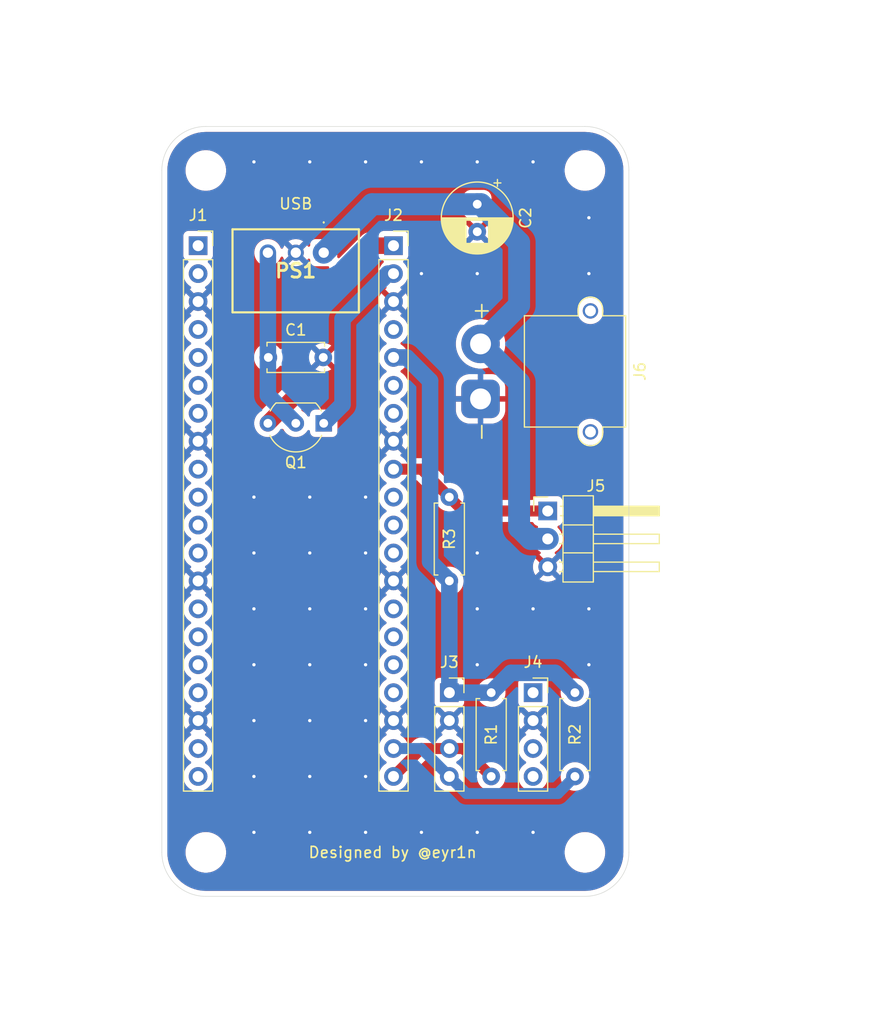
<source format=kicad_pcb>
(kicad_pcb (version 20241229) (generator "pcbnew") (generator_version "9.0")
  (layers (0 "F.Cu" signal) (2 "B.Cu" signal) (13 "F.Paste" user) (15 "B.Paste" user) (5 "F.SilkS" user "F.Silkscreen") (7 "B.SilkS" user "B.Silkscreen") (1 "F.Mask" user) (3 "B.Mask" user) (25 "Edge.Cuts" user))
  (net 0 "")
  (net 6 "+3V3")
  (net 19 "/SCL")
  (net 22 "+3.3V")
  (net 23 "/GP27")
  (net 25 "GND")
  (net 32 "/SDA")
  (net 36 "+BATT")
  (net 37 "/VSYS")
  (net 38 "/VBUS")
  (footprint "Connector_PinHeader_2.54mm:PinHeader_1x03_P2.54mm_Horizontal" (layer "F.Cu") (at 82.615 77.46)
    (property "Reference" "J5" (at 4.385 -2.27 0) (layer "F.SilkS"))
    (property "Value" "Conn_01x03_Pin")
    (fp_line (start -1.27 -1.27) (end 0 -1.27) (stroke (width 0.12)) (layer "F.SilkS"))
    (fp_line (start -1.27 0) (end -1.27 -1.27) (stroke (width 0.12)) (layer "F.SilkS"))
    (fp_line (start 1.077358 2.11) (end 1.39 2.11) (stroke (width 0.12)) (layer "F.SilkS"))
    (fp_line (start 1.077358 2.97) (end 1.39 2.97) (stroke (width 0.12)) (layer "F.SilkS"))
    (fp_line (start 1.077358 4.65) (end 1.39 4.65) (stroke (width 0.12)) (layer "F.SilkS"))
    (fp_line (start 1.077358 5.51) (end 1.39 5.51) (stroke (width 0.12)) (layer "F.SilkS"))
    (fp_line (start 1.16 -0.43) (end 1.39 -0.43) (stroke (width 0.12)) (layer "F.SilkS"))
    (fp_line (start 1.16 0.43) (end 1.39 0.43) (stroke (width 0.12)) (layer "F.SilkS"))
    (fp_line (start 1.39 -1.38) (end 1.39 6.46) (stroke (width 0.12)) (layer "F.SilkS"))
    (fp_line (start 1.39 1.27) (end 4.15 1.27) (stroke (width 0.12)) (layer "F.SilkS"))
    (fp_line (start 1.39 3.81) (end 4.15 3.81) (stroke (width 0.12)) (layer "F.SilkS"))
    (fp_line (start 1.39 6.46) (end 4.15 6.46) (stroke (width 0.12)) (layer "F.SilkS"))
    (fp_line (start 4.15 -1.38) (end 1.39 -1.38) (stroke (width 0.12)) (layer "F.SilkS"))
    (fp_line (start 4.15 2.11) (end 10.15 2.11) (stroke (width 0.12)) (layer "F.SilkS"))
    (fp_line (start 4.15 4.65) (end 10.15 4.65) (stroke (width 0.12)) (layer "F.SilkS"))
    (fp_line (start 4.15 6.46) (end 4.15 -1.38) (stroke (width 0.12)) (layer "F.SilkS"))
    (fp_line (start 10.15 2.11) (end 10.15 2.97) (stroke (width 0.12)) (layer "F.SilkS"))
    (fp_line (start 10.15 2.97) (end 4.15 2.97) (stroke (width 0.12)) (layer "F.SilkS"))
    (fp_line (start 10.15 4.65) (end 10.15 5.51) (stroke (width 0.12)) (layer "F.SilkS"))
    (fp_line (start 10.15 5.51) (end 4.15 5.51) (stroke (width 0.12)) (layer "F.SilkS"))
    (fp_rect (start 4.15 -0.43) (end 10.15 0.43) (stroke (width 0.12)) (fill yes) (layer "F.SilkS"))
    (pad "1" thru_hole rect (at 0 0) (size 1.7 1.7) (drill 1) (layers "*.Cu" "*.Mask") (net 23 "/GP27"))
    (pad "2" thru_hole circle (at 0 2.54) (size 1.7 1.7) (drill 1) (layers "*.Cu" "*.Mask") (net 36 "+BATT"))
    (pad "3" thru_hole circle (at 0 5.08) (size 1.7 1.7) (drill 1) (layers "*.Cu" "*.Mask") (net 25 "GND"))
  )
  (footprint "Connector_PinSocket_2.54mm:PinSocket_1x04_P2.54mm_Vertical" (layer "F.Cu") (at 81.28 93.98)
    (property "Reference" "J4" (at 0 -2.77 0) (layer "F.SilkS"))
    (property "Value" "Conn_01x04_Socket")
    (fp_line (start -1.33 1.27) (end -1.33 8.95) (stroke (width 0.12)) (layer "F.SilkS"))
    (fp_line (start -1.33 1.27) (end 1.33 1.27) (stroke (width 0.12)) (layer "F.SilkS"))
    (fp_line (start -1.33 8.95) (end 1.33 8.95) (stroke (width 0.12)) (layer "F.SilkS"))
    (fp_line (start 0 -1.33) (end 1.33 -1.33) (stroke (width 0.12)) (layer "F.SilkS"))
    (fp_line (start 1.33 -1.33) (end 1.33 0) (stroke (width 0.12)) (layer "F.SilkS"))
    (fp_line (start 1.33 1.27) (end 1.33 8.95) (stroke (width 0.12)) (layer "F.SilkS"))
    (pad "1" thru_hole rect (at 0 0) (size 1.7 1.7) (drill 1) (layers "*.Cu" "*.Mask"))
    (pad "2" thru_hole circle (at 0 2.54) (size 1.7 1.7) (drill 1) (layers "*.Cu" "*.Mask") (net 25 "GND"))
    (pad "3" thru_hole circle (at 0 5.08) (size 1.7 1.7) (drill 1) (layers "*.Cu" "*.Mask"))
    (pad "4" thru_hole circle (at 0 7.62) (size 1.7 1.7) (drill 1) (layers "*.Cu" "*.Mask"))
  )
  (footprint "MountingHole:MountingHole_3.2mm_M3" (layer "F.Cu") (at 86 108.5)
    (property "Reference" "REF**" (hide yes))
    (property "Value" "MountingHole_3.2mm_M3")
    (pad "" np_thru_hole circle (at 0 0) (size 3.2 3.2) (drill 3.2) (layers "*.Cu" "*.Mask"))
  )
  (footprint "Package_TO_SOT_THT:TO-92_Inline_Wide" (layer "F.Cu") (at 62.23 69.49 180)
    (property "Reference" "Q1" (at 2.54 -3.56 0) (layer "F.SilkS"))
    (property "Value" "Q_PMOS")
    (fp_line (start 0.74 1.85) (end 4.34 1.85) (stroke (width 0.12)) (layer "F.SilkS"))
    (fp_arc (start 4.864184 1.122795) (mid 4.633903 1.509328) (end 4.34 1.85) (stroke (width 0.12)) (layer "F.SilkS"))
    (fp_arc (start 2.54 -2.6) (mid 3.936979 -2.192818) (end 4.8964 -1.098807) (stroke (width 0.12)) (layer "F.SilkS"))
    (fp_arc (start 0.74 1.85) (mid 0.446097 1.509328) (end 0.215816 1.122795) (stroke (width 0.12)) (layer "F.SilkS"))
    (fp_arc (start 0.1836 -1.098807) (mid 1.143021 -2.192817) (end 2.54 -2.6) (stroke (width 0.12)) (layer "F.SilkS"))
    (pad "1" thru_hole rect (at 0 0 180) (size 1.5 1.5) (drill 0.8) (layers "*.Cu" "*.Mask") (net 37 "/VSYS"))
    (pad "2" thru_hole circle (at 2.54 0 180) (size 1.5 1.5) (drill 0.8) (layers "*.Cu" "*.Mask") (net 22 "+3.3V"))
    (pad "3" thru_hole circle (at 5.08 0 180) (size 1.5 1.5) (drill 0.8) (layers "*.Cu" "*.Mask") (net 38 "/VBUS"))
  )
  (footprint "Resistor_THT:R_Axial_DIN0207_L6.3mm_D2.5mm_P7.62mm_Horizontal" (layer "F.Cu") (at 77.47 101.6 90)
    (property "Reference" "R1" (at 3.81 0 90) (layer "F.SilkS"))
    (property "Value" "3.3k")
    (fp_line (start 7.08 -1.37) (end 7.08 -1.04) (stroke (width 0.12)) (layer "F.SilkS"))
    (fp_line (start 0.54 -1.37) (end 7.08 -1.37) (stroke (width 0.12)) (layer "F.SilkS"))
    (fp_line (start 0.54 -1.04) (end 0.54 -1.37) (stroke (width 0.12)) (layer "F.SilkS"))
    (fp_line (start 0.54 1.04) (end 0.54 1.37) (stroke (width 0.12)) (layer "F.SilkS"))
    (fp_line (start 7.08 1.37) (end 7.08 1.04) (stroke (width 0.12)) (layer "F.SilkS"))
    (fp_line (start 0.54 1.37) (end 7.08 1.37) (stroke (width 0.12)) (layer "F.SilkS"))
    (pad "1" thru_hole circle (at 0 0 90) (size 1.6 1.6) (drill 0.8) (layers "*.Cu" "*.Mask") (net 32 "/SDA"))
    (pad "2" thru_hole circle (at 7.62 0 90) (size 1.6 1.6) (drill 0.8) (layers "*.Cu" "*.Mask") (net 6 "+3V3"))
  )
  (footprint "Resistor_THT:R_Axial_DIN0207_L6.3mm_D2.5mm_P7.62mm_Horizontal" (layer "F.Cu") (at 73.66 83.82 90)
    (property "Reference" "R3" (at 3.81 0 90) (layer "F.SilkS"))
    (property "Value" "1k")
    (fp_line (start 7.08 -1.37) (end 7.08 -1.04) (stroke (width 0.12)) (layer "F.SilkS"))
    (fp_line (start 0.54 -1.37) (end 7.08 -1.37) (stroke (width 0.12)) (layer "F.SilkS"))
    (fp_line (start 0.54 -1.04) (end 0.54 -1.37) (stroke (width 0.12)) (layer "F.SilkS"))
    (fp_line (start 0.54 1.04) (end 0.54 1.37) (stroke (width 0.12)) (layer "F.SilkS"))
    (fp_line (start 7.08 1.37) (end 7.08 1.04) (stroke (width 0.12)) (layer "F.SilkS"))
    (fp_line (start 0.54 1.37) (end 7.08 1.37) (stroke (width 0.12)) (layer "F.SilkS"))
    (pad "1" thru_hole circle (at 0 0 90) (size 1.6 1.6) (drill 0.8) (layers "*.Cu" "*.Mask") (net 6 "+3V3"))
    (pad "2" thru_hole circle (at 7.62 0 90) (size 1.6 1.6) (drill 0.8) (layers "*.Cu" "*.Mask") (net 23 "/GP27"))
  )
  (footprint "MountingHole:MountingHole_3.2mm_M3" (layer "F.Cu") (at 86 46.5)
    (property "Reference" "REF**" (hide yes))
    (property "Value" "MountingHole_3.2mm_M3")
    (pad "" np_thru_hole circle (at 0 0) (size 3.2 3.2) (drill 3.2) (layers "*.Cu" "*.Mask"))
  )
  (footprint "Connector_PinSocket_2.54mm:PinSocket_1x20_P2.54mm_Vertical" (layer "F.Cu") (at 50.8 53.34)
    (property "Reference" "J1" (at 0 -2.77 0) (layer "F.SilkS"))
    (property "Value" "Conn_01x20_Socket")
    (fp_line (start -1.33 1.27) (end -1.33 49.59) (stroke (width 0.12)) (layer "F.SilkS"))
    (fp_line (start -1.33 1.27) (end 1.33 1.27) (stroke (width 0.12)) (layer "F.SilkS"))
    (fp_line (start -1.33 49.59) (end 1.33 49.59) (stroke (width 0.12)) (layer "F.SilkS"))
    (fp_line (start 0 -1.33) (end 1.33 -1.33) (stroke (width 0.12)) (layer "F.SilkS"))
    (fp_line (start 1.33 -1.33) (end 1.33 0) (stroke (width 0.12)) (layer "F.SilkS"))
    (fp_line (start 1.33 1.27) (end 1.33 49.59) (stroke (width 0.12)) (layer "F.SilkS"))
    (pad "1" thru_hole rect (at 0 0) (size 1.7 1.7) (drill 1) (layers "*.Cu" "*.Mask"))
    (pad "2" thru_hole circle (at 0 2.54) (size 1.7 1.7) (drill 1) (layers "*.Cu" "*.Mask"))
    (pad "3" thru_hole circle (at 0 5.08) (size 1.7 1.7) (drill 1) (layers "*.Cu" "*.Mask") (net 25 "GND"))
    (pad "4" thru_hole circle (at 0 7.62) (size 1.7 1.7) (drill 1) (layers "*.Cu" "*.Mask"))
    (pad "5" thru_hole circle (at 0 10.16) (size 1.7 1.7) (drill 1) (layers "*.Cu" "*.Mask"))
    (pad "6" thru_hole circle (at 0 12.7) (size 1.7 1.7) (drill 1) (layers "*.Cu" "*.Mask"))
    (pad "7" thru_hole circle (at 0 15.24) (size 1.7 1.7) (drill 1) (layers "*.Cu" "*.Mask"))
    (pad "8" thru_hole circle (at 0 17.78) (size 1.7 1.7) (drill 1) (layers "*.Cu" "*.Mask") (net 25 "GND"))
    (pad "9" thru_hole circle (at 0 20.32) (size 1.7 1.7) (drill 1) (layers "*.Cu" "*.Mask"))
    (pad "10" thru_hole circle (at 0 22.86) (size 1.7 1.7) (drill 1) (layers "*.Cu" "*.Mask"))
    (pad "11" thru_hole circle (at 0 25.4) (size 1.7 1.7) (drill 1) (layers "*.Cu" "*.Mask"))
    (pad "12" thru_hole circle (at 0 27.94) (size 1.7 1.7) (drill 1) (layers "*.Cu" "*.Mask"))
    (pad "13" thru_hole circle (at 0 30.48) (size 1.7 1.7) (drill 1) (layers "*.Cu" "*.Mask") (net 25 "GND"))
    (pad "14" thru_hole circle (at 0 33.02) (size 1.7 1.7) (drill 1) (layers "*.Cu" "*.Mask"))
    (pad "15" thru_hole circle (at 0 35.56) (size 1.7 1.7) (drill 1) (layers "*.Cu" "*.Mask"))
    (pad "16" thru_hole circle (at 0 38.1) (size 1.7 1.7) (drill 1) (layers "*.Cu" "*.Mask"))
    (pad "17" thru_hole circle (at 0 40.64) (size 1.7 1.7) (drill 1) (layers "*.Cu" "*.Mask"))
    (pad "18" thru_hole circle (at 0 43.18) (size 1.7 1.7) (drill 1) (layers "*.Cu" "*.Mask") (net 25 "GND"))
    (pad "19" thru_hole circle (at 0 45.72) (size 1.7 1.7) (drill 1) (layers "*.Cu" "*.Mask"))
    (pad "20" thru_hole circle (at 0 48.26) (size 1.7 1.7) (drill 1) (layers "*.Cu" "*.Mask"))
  )
  (footprint "Connector_PinSocket_2.54mm:PinSocket_1x04_P2.54mm_Vertical" (layer "F.Cu") (at 73.66 93.98)
    (property "Reference" "J3" (at 0 -2.77 0) (layer "F.SilkS"))
    (property "Value" "Conn_01x04_Socket")
    (fp_line (start -1.33 1.27) (end -1.33 8.95) (stroke (width 0.12)) (layer "F.SilkS"))
    (fp_line (start -1.33 1.27) (end 1.33 1.27) (stroke (width 0.12)) (layer "F.SilkS"))
    (fp_line (start -1.33 8.95) (end 1.33 8.95) (stroke (width 0.12)) (layer "F.SilkS"))
    (fp_line (start 0 -1.33) (end 1.33 -1.33) (stroke (width 0.12)) (layer "F.SilkS"))
    (fp_line (start 1.33 -1.33) (end 1.33 0) (stroke (width 0.12)) (layer "F.SilkS"))
    (fp_line (start 1.33 1.27) (end 1.33 8.95) (stroke (width 0.12)) (layer "F.SilkS"))
    (pad "1" thru_hole rect (at 0 0) (size 1.7 1.7) (drill 1) (layers "*.Cu" "*.Mask") (net 6 "+3V3"))
    (pad "2" thru_hole circle (at 0 2.54) (size 1.7 1.7) (drill 1) (layers "*.Cu" "*.Mask") (net 25 "GND"))
    (pad "3" thru_hole circle (at 0 5.08) (size 1.7 1.7) (drill 1) (layers "*.Cu" "*.Mask") (net 32 "/SDA"))
    (pad "4" thru_hole circle (at 0 7.62) (size 1.7 1.7) (drill 1) (layers "*.Cu" "*.Mask") (net 19 "/SCL"))
  )
  (footprint "MountingHole:MountingHole_3.2mm_M3" (layer "F.Cu") (at 51.5 108.5)
    (property "Reference" "REF**" (hide yes))
    (property "Value" "MountingHole_3.2mm_M3")
    (pad "" np_thru_hole circle (at 0 0) (size 3.2 3.2) (drill 3.2) (layers "*.Cu" "*.Mask"))
  )
  (footprint "SamacSys_Parts:M78AR03305" (layer "F.Cu") (at 62.23 53.975 180)
    (property "Reference" "PS1" (at 2.55 -1.65 180) (layer "F.SilkS") (effects (font (size 1.27 1.27) (thickness 0.254))))
    (property "Value" "M78AR033-0.5" (hide yes))
    (fp_line (start 8.3 2.125) (end 8.3 -5.425) (stroke (width 0.2)) (layer "F.SilkS"))
    (fp_line (start 8.3 -5.425) (end -3.2 -5.425) (stroke (width 0.2)) (layer "F.SilkS"))
    (fp_line (start 0 2.8) (end 0 2.8) (stroke (width 0.1)) (layer "F.SilkS"))
    (fp_line (start 0 2.7) (end 0 2.7) (stroke (width 0.1)) (layer "F.SilkS"))
    (fp_line (start -3.2 2.125) (end 8.3 2.125) (stroke (width 0.2)) (layer "F.SilkS"))
    (fp_line (start -3.2 -5.425) (end -3.2 2.125) (stroke (width 0.2)) (layer "F.SilkS"))
    (fp_arc (start 0 2.8) (mid -0.05 2.75) (end 0 2.7) (stroke (width 0.1)) (layer "F.SilkS"))
    (fp_arc (start 0 2.7) (mid 0.05 2.75) (end 0 2.8) (stroke (width 0.1)) (layer "F.SilkS"))
    (pad "1" thru_hole rect (at 0 0 180) (size 1.462 1.462) (drill 0.94) (layers "*.Cu" "*.Mask") (net 36 "+BATT"))
    (pad "2" thru_hole circle (at 2.54 0 180) (size 1.462 1.462) (drill 0.94) (layers "*.Cu" "*.Mask") (net 25 "GND"))
    (pad "3" thru_hole circle (at 5.08 0 180) (size 1.462 1.462) (drill 0.94) (layers "*.Cu" "*.Mask") (net 22 "+3.3V"))
  )
  (footprint "Capacitor_THT:C_Disc_D5.0mm_W2.5mm_P5.00mm" (layer "F.Cu") (at 57.19 63.5)
    (property "Reference" "C1" (at 2.5 -2.5 0) (layer "F.SilkS"))
    (property "Value" "C")
    (fp_line (start -0.12 -1.37) (end 5.12 -1.37) (stroke (width 0.12)) (layer "F.SilkS"))
    (fp_line (start -0.12 -1.033) (end -0.12 -1.37) (stroke (width 0.12)) (layer "F.SilkS"))
    (fp_line (start -0.12 1.37) (end -0.12 1.033) (stroke (width 0.12)) (layer "F.SilkS"))
    (fp_line (start 5.12 -1.37) (end 5.12 -1.033) (stroke (width 0.12)) (layer "F.SilkS"))
    (fp_line (start 5.12 1.033) (end 5.12 1.37) (stroke (width 0.12)) (layer "F.SilkS"))
    (fp_line (start 5.12 1.37) (end -0.12 1.37) (stroke (width 0.12)) (layer "F.SilkS"))
    (pad "1" thru_hole circle (at 0 0) (size 1.6 1.6) (drill 0.8) (layers "*.Cu" "*.Mask") (net 22 "+3.3V"))
    (pad "2" thru_hole circle (at 5 0) (size 1.6 1.6) (drill 0.8) (layers "*.Cu" "*.Mask") (net 25 "GND"))
  )
  (footprint "Connector_PinSocket_2.54mm:PinSocket_1x20_P2.54mm_Vertical" (layer "F.Cu") (at 68.58 53.34)
    (property "Reference" "J2" (at 0 -2.77 0) (layer "F.SilkS"))
    (property "Value" "Conn_01x20_Socket")
    (fp_line (start -1.33 1.27) (end -1.33 49.59) (stroke (width 0.12)) (layer "F.SilkS"))
    (fp_line (start -1.33 1.27) (end 1.33 1.27) (stroke (width 0.12)) (layer "F.SilkS"))
    (fp_line (start -1.33 49.59) (end 1.33 49.59) (stroke (width 0.12)) (layer "F.SilkS"))
    (fp_line (start 0 -1.33) (end 1.33 -1.33) (stroke (width 0.12)) (layer "F.SilkS"))
    (fp_line (start 1.33 -1.33) (end 1.33 0) (stroke (width 0.12)) (layer "F.SilkS"))
    (fp_line (start 1.33 1.27) (end 1.33 49.59) (stroke (width 0.12)) (layer "F.SilkS"))
    (pad "1" thru_hole rect (at 0 0) (size 1.7 1.7) (drill 1) (layers "*.Cu" "*.Mask") (net 38 "/VBUS"))
    (pad "2" thru_hole circle (at 0 2.54) (size 1.7 1.7) (drill 1) (layers "*.Cu" "*.Mask") (net 37 "/VSYS"))
    (pad "3" thru_hole circle (at 0 5.08) (size 1.7 1.7) (drill 1) (layers "*.Cu" "*.Mask") (net 25 "GND"))
    (pad "4" thru_hole circle (at 0 7.62) (size 1.7 1.7) (drill 1) (layers "*.Cu" "*.Mask"))
    (pad "5" thru_hole circle (at 0 10.16) (size 1.7 1.7) (drill 1) (layers "*.Cu" "*.Mask") (net 6 "+3V3"))
    (pad "6" thru_hole circle (at 0 12.7) (size 1.7 1.7) (drill 1) (layers "*.Cu" "*.Mask"))
    (pad "7" thru_hole circle (at 0 15.24) (size 1.7 1.7) (drill 1) (layers "*.Cu" "*.Mask"))
    (pad "8" thru_hole circle (at 0 17.78) (size 1.7 1.7) (drill 1) (layers "*.Cu" "*.Mask") (net 25 "GND"))
    (pad "9" thru_hole circle (at 0 20.32) (size 1.7 1.7) (drill 1) (layers "*.Cu" "*.Mask") (net 23 "/GP27"))
    (pad "10" thru_hole circle (at 0 22.86) (size 1.7 1.7) (drill 1) (layers "*.Cu" "*.Mask"))
    (pad "11" thru_hole circle (at 0 25.4) (size 1.7 1.7) (drill 1) (layers "*.Cu" "*.Mask"))
    (pad "12" thru_hole circle (at 0 27.94) (size 1.7 1.7) (drill 1) (layers "*.Cu" "*.Mask"))
    (pad "13" thru_hole circle (at 0 30.48) (size 1.7 1.7) (drill 1) (layers "*.Cu" "*.Mask") (net 25 "GND"))
    (pad "14" thru_hole circle (at 0 33.02) (size 1.7 1.7) (drill 1) (layers "*.Cu" "*.Mask"))
    (pad "15" thru_hole circle (at 0 35.56) (size 1.7 1.7) (drill 1) (layers "*.Cu" "*.Mask"))
    (pad "16" thru_hole circle (at 0 38.1) (size 1.7 1.7) (drill 1) (layers "*.Cu" "*.Mask"))
    (pad "17" thru_hole circle (at 0 40.64) (size 1.7 1.7) (drill 1) (layers "*.Cu" "*.Mask"))
    (pad "18" thru_hole circle (at 0 43.18) (size 1.7 1.7) (drill 1) (layers "*.Cu" "*.Mask") (net 25 "GND"))
    (pad "19" thru_hole circle (at 0 45.72) (size 1.7 1.7) (drill 1) (layers "*.Cu" "*.Mask") (net 19 "/SCL"))
    (pad "20" thru_hole circle (at 0 48.26) (size 1.7 1.7) (drill 1) (layers "*.Cu" "*.Mask") (net 32 "/SDA"))
  )
  (footprint "Capacitor_THT:CP_Radial_D6.3mm_P2.50mm" (layer "F.Cu") (at 76.2 49.57 -90)
    (property "Reference" "C2" (at 1.25 -4.4 90) (layer "F.SilkS"))
    (property "Value" "C_Polarized")
    (fp_line (start 1.49 1.04) (end 1.49 3.221) (stroke (width 0.12)) (layer "F.SilkS"))
    (fp_line (start 1.53 1.04) (end 1.53 3.218) (stroke (width 0.12)) (layer "F.SilkS"))
    (fp_line (start 1.57 1.04) (end 1.57 3.214) (stroke (width 0.12)) (layer "F.SilkS"))
    (fp_line (start 1.61 1.04) (end 1.61 3.21) (stroke (width 0.12)) (layer "F.SilkS"))
    (fp_line (start 1.65 1.04) (end 1.65 3.205) (stroke (width 0.12)) (layer "F.SilkS"))
    (fp_line (start 1.69 1.04) (end 1.69 3.2) (stroke (width 0.12)) (layer "F.SilkS"))
    (fp_line (start 1.73 1.04) (end 1.73 3.195) (stroke (width 0.12)) (layer "F.SilkS"))
    (fp_line (start 1.77 1.04) (end 1.77 3.188) (stroke (width 0.12)) (layer "F.SilkS"))
    (fp_line (start 1.81 1.04) (end 1.81 3.182) (stroke (width 0.12)) (layer "F.SilkS"))
    (fp_line (start 1.85 1.04) (end 1.85 3.174) (stroke (width 0.12)) (layer "F.SilkS"))
    (fp_line (start 1.89 1.04) (end 1.89 3.167) (stroke (width 0.12)) (layer "F.SilkS"))
    (fp_line (start 1.93 1.04) (end 1.93 3.159) (stroke (width 0.12)) (layer "F.SilkS"))
    (fp_line (start 1.97 1.04) (end 1.97 3.15) (stroke (width 0.12)) (layer "F.SilkS"))
    (fp_line (start 2.01 1.04) (end 2.01 3.14) (stroke (width 0.12)) (layer "F.SilkS"))
    (fp_line (start 2.05 1.04) (end 2.05 3.131) (stroke (width 0.12)) (layer "F.SilkS"))
    (fp_line (start 2.09 1.04) (end 2.09 3.12) (stroke (width 0.12)) (layer "F.SilkS"))
    (fp_line (start 2.13 1.04) (end 2.13 3.109) (stroke (width 0.12)) (layer "F.SilkS"))
    (fp_line (start 2.17 1.04) (end 2.17 3.098) (stroke (width 0.12)) (layer "F.SilkS"))
    (fp_line (start 2.21 1.04) (end 2.21 3.086) (stroke (width 0.12)) (layer "F.SilkS"))
    (fp_line (start 2.25 1.04) (end 2.25 3.073) (stroke (width 0.12)) (layer "F.SilkS"))
    (fp_line (start 2.29 1.04) (end 2.29 3.06) (stroke (width 0.12)) (layer "F.SilkS"))
    (fp_line (start 2.33 1.04) (end 2.33 3.047) (stroke (width 0.12)) (layer "F.SilkS"))
    (fp_line (start 2.37 1.04) (end 2.37 3.032) (stroke (width 0.12)) (layer "F.SilkS"))
    (fp_line (start 2.41 1.04) (end 2.41 3.017) (stroke (width 0.12)) (layer "F.SilkS"))
    (fp_line (start 2.45 1.04) (end 2.45 3.002) (stroke (width 0.12)) (layer "F.SilkS"))
    (fp_line (start 2.49 1.04) (end 2.49 2.986) (stroke (width 0.12)) (layer "F.SilkS"))
    (fp_line (start 2.53 1.04) (end 2.53 2.969) (stroke (width 0.12)) (layer "F.SilkS"))
    (fp_line (start 2.57 1.04) (end 2.57 2.952) (stroke (width 0.12)) (layer "F.SilkS"))
    (fp_line (start 2.61 1.04) (end 2.61 2.934) (stroke (width 0.12)) (layer "F.SilkS"))
    (fp_line (start 2.65 1.04) (end 2.65 2.915) (stroke (width 0.12)) (layer "F.SilkS"))
    (fp_line (start 2.69 1.04) (end 2.69 2.896) (stroke (width 0.12)) (layer "F.SilkS"))
    (fp_line (start 2.73 1.04) (end 2.73 2.876) (stroke (width 0.12)) (layer "F.SilkS"))
    (fp_line (start 2.77 1.04) (end 2.77 2.855) (stroke (width 0.12)) (layer "F.SilkS"))
    (fp_line (start 2.81 1.04) (end 2.81 2.834) (stroke (width 0.12)) (layer "F.SilkS"))
    (fp_line (start 2.85 1.04) (end 2.85 2.812) (stroke (width 0.12)) (layer "F.SilkS"))
    (fp_line (start 2.89 1.04) (end 2.89 2.789) (stroke (width 0.12)) (layer "F.SilkS"))
    (fp_line (start 2.93 1.04) (end 2.93 2.765) (stroke (width 0.12)) (layer "F.SilkS"))
    (fp_line (start 2.97 1.04) (end 2.97 2.741) (stroke (width 0.12)) (layer "F.SilkS"))
    (fp_line (start 3.01 1.04) (end 3.01 2.716) (stroke (width 0.12)) (layer "F.SilkS"))
    (fp_line (start 3.05 1.04) (end 3.05 2.69) (stroke (width 0.12)) (layer "F.SilkS"))
    (fp_line (start 3.09 1.04) (end 3.09 2.663) (stroke (width 0.12)) (layer "F.SilkS"))
    (fp_line (start 3.13 1.04) (end 3.13 2.636) (stroke (width 0.12)) (layer "F.SilkS"))
    (fp_line (start 3.17 1.04) (end 3.17 2.607) (stroke (width 0.12)) (layer "F.SilkS"))
    (fp_line (start 3.21 1.04) (end 3.21 2.577) (stroke (width 0.12)) (layer "F.SilkS"))
    (fp_line (start 3.25 1.04) (end 3.25 2.547) (stroke (width 0.12)) (layer "F.SilkS"))
    (fp_line (start 3.29 1.04) (end 3.29 2.516) (stroke (width 0.12)) (layer "F.SilkS"))
    (fp_line (start 3.33 1.04) (end 3.33 2.483) (stroke (width 0.12)) (layer "F.SilkS"))
    (fp_line (start 3.37 1.04) (end 3.37 2.45) (stroke (width 0.12)) (layer "F.SilkS"))
    (fp_line (start 3.41 1.04) (end 3.41 2.415) (stroke (width 0.12)) (layer "F.SilkS"))
    (fp_line (start 3.45 1.04) (end 3.45 2.379) (stroke (width 0.12)) (layer "F.SilkS"))
    (fp_line (start 3.49 1.04) (end 3.49 2.342) (stroke (width 0.12)) (layer "F.SilkS"))
    (fp_line (start 3.53 1.04) (end 3.53 2.304) (stroke (width 0.12)) (layer "F.SilkS"))
    (fp_line (start 4.49 -0.402) (end 4.49 0.402) (stroke (width 0.12)) (layer "F.SilkS"))
    (fp_line (start 4.45 -0.633) (end 4.45 0.633) (stroke (width 0.12)) (layer "F.SilkS"))
    (fp_line (start 4.41 -0.801) (end 4.41 0.801) (stroke (width 0.12)) (layer "F.SilkS"))
    (fp_line (start 4.37 -0.939) (end 4.37 0.939) (stroke (width 0.12)) (layer "F.SilkS"))
    (fp_line (start 4.33 -1.058) (end 4.33 1.058) (stroke (width 0.12)) (layer "F.SilkS"))
    (fp_line (start 4.29 -1.165) (end 4.29 1.165) (stroke (width 0.12)) (layer "F.SilkS"))
    (fp_line (start 4.25 -1.261) (end 4.25 1.261) (stroke (width 0.12)) (layer "F.SilkS"))
    (fp_line (start 4.21 -1.35) (end 4.21 1.35) (stroke (width 0.12)) (layer "F.SilkS"))
    (fp_line (start 4.17 -1.432) (end 4.17 1.432) (stroke (width 0.12)) (layer "F.SilkS"))
    (fp_line (start 4.13 -1.509) (end 4.13 1.509) (stroke (width 0.12)) (layer "F.SilkS"))
    (fp_line (start 4.09 -1.581) (end 4.09 1.581) (stroke (width 0.12)) (layer "F.SilkS"))
    (fp_line (start 4.05 -1.649) (end 4.05 1.649) (stroke (width 0.12)) (layer "F.SilkS"))
    (fp_line (start 4.01 -1.714) (end 4.01 1.714) (stroke (width 0.12)) (layer "F.SilkS"))
    (fp_line (start 3.97 -1.775) (end 3.97 1.775) (stroke (width 0.12)) (layer "F.SilkS"))
    (fp_line (start 3.93 -1.834) (end 3.93 1.834) (stroke (width 0.12)) (layer "F.SilkS"))
    (fp_line (start -2.250241 -1.839) (end -1.620241 -1.839) (stroke (width 0.12)) (layer "F.SilkS"))
    (fp_line (start 3.89 -1.89) (end 3.89 1.89) (stroke (width 0.12)) (layer "F.SilkS"))
    (fp_line (start 3.85 -1.943) (end 3.85 1.943) (stroke (width 0.12)) (layer "F.SilkS"))
    (fp_line (start 3.81 -1.995) (end 3.81 1.995) (stroke (width 0.12)) (layer "F.SilkS"))
    (fp_line (start 3.77 -2.044) (end 3.77 2.044) (stroke (width 0.12)) (layer "F.SilkS"))
    (fp_line (start 3.73 -2.091) (end 3.73 2.091) (stroke (width 0.12)) (layer "F.SilkS"))
    (fp_line (start 3.69 -2.137) (end 3.69 2.137) (stroke (width 0.12)) (layer "F.SilkS"))
    (fp_line (start -1.935241 -2.154) (end -1.935241 -1.524) (stroke (width 0.12)) (layer "F.SilkS"))
    (fp_line (start 3.65 -2.181) (end 3.65 2.181) (stroke (width 0.12)) (layer "F.SilkS"))
    (fp_line (start 3.61 -2.223) (end 3.61 2.223) (stroke (width 0.12)) (layer "F.SilkS"))
    (fp_line (start 3.57 -2.264) (end 3.57 2.264) (stroke (width 0.12)) (layer "F.SilkS"))
    (fp_line (start 3.53 -2.304) (end 3.53 -1.04) (stroke (width 0.12)) (layer "F.SilkS"))
    (fp_line (start 3.49 -2.342) (end 3.49 -1.04) (stroke (width 0.12)) (layer "F.SilkS"))
    (fp_line (start 3.45 -2.379) (end 3.45 -1.04) (stroke (width 0.12)) (layer "F.SilkS"))
    (fp_line (start 3.41 -2.415) (end 3.41 -1.04) (stroke (width 0.12)) (layer "F.SilkS"))
    (fp_line (start 3.37 -2.45) (end 3.37 -1.04) (stroke (width 0.12)) (layer "F.SilkS"))
    (fp_line (start 3.33 -2.483) (end 3.33 -1.04) (stroke (width 0.12)) (layer "F.SilkS"))
    (fp_line (start 3.29 -2.516) (end 3.29 -1.04) (stroke (width 0.12)) (layer "F.SilkS"))
    (fp_line (start 3.25 -2.547) (end 3.25 -1.04) (stroke (width 0.12)) (layer "F.SilkS"))
    (fp_line (start 3.21 -2.577) (end 3.21 -1.04) (stroke (width 0.12)) (layer "F.SilkS"))
    (fp_line (start 3.17 -2.607) (end 3.17 -1.04) (stroke (width 0.12)) (layer "F.SilkS"))
    (fp_line (start 3.13 -2.636) (end 3.13 -1.04) (stroke (width 0.12)) (layer "F.SilkS"))
    (fp_line (start 3.09 -2.663) (end 3.09 -1.04) (stroke (width 0.12)) (layer "F.SilkS"))
    (fp_line (start 3.05 -2.69) (end 3.05 -1.04) (stroke (width 0.12)) (layer "F.SilkS"))
    (fp_line (start 3.01 -2.716) (end 3.01 -1.04) (stroke (width 0.12)) (layer "F.SilkS"))
    (fp_line (start 2.97 -2.741) (end 2.97 -1.04) (stroke (width 0.12)) (layer "F.SilkS"))
    (fp_line (start 2.93 -2.765) (end 2.93 -1.04) (stroke (width 0.12)) (layer "F.SilkS"))
    (fp_line (start 2.89 -2.789) (end 2.89 -1.04) (stroke (width 0.12)) (layer "F.SilkS"))
    (fp_line (start 2.85 -2.812) (end 2.85 -1.04) (stroke (width 0.12)) (layer "F.SilkS"))
    (fp_line (start 2.81 -2.834) (end 2.81 -1.04) (stroke (width 0.12)) (layer "F.SilkS"))
    (fp_line (start 2.77 -2.855) (end 2.77 -1.04) (stroke (width 0.12)) (layer "F.SilkS"))
    (fp_line (start 2.73 -2.876) (end 2.73 -1.04) (stroke (width 0.12)) (layer "F.SilkS"))
    (fp_line (start 2.69 -2.896) (end 2.69 -1.04) (stroke (width 0.12)) (layer "F.SilkS"))
    (fp_line (start 2.65 -2.915) (end 2.65 -1.04) (stroke (width 0.12)) (layer "F.SilkS"))
    (fp_line (start 2.61 -2.934) (end 2.61 -1.04) (stroke (width 0.12)) (layer "F.SilkS"))
    (fp_line (start 2.57 -2.952) (end 2.57 -1.04) (stroke (width 0.12)) (layer "F.SilkS"))
    (fp_line (start 2.53 -2.969) (end 2.53 -1.04) (stroke (width 0.12)) (layer "F.SilkS"))
    (fp_line (start 2.49 -2.986) (end 2.49 -1.04) (stroke (width 0.12)) (layer "F.SilkS"))
    (fp_line (start 2.45 -3.002) (end 2.45 -1.04) (stroke (width 0.12)) (layer "F.SilkS"))
    (fp_line (start 2.41 -3.017) (end 2.41 -1.04) (stroke (width 0.12)) (layer "F.SilkS"))
    (fp_line (start 2.37 -3.032) (end 2.37 -1.04) (stroke (width 0.12)) (layer "F.SilkS"))
    (fp_line (start 2.33 -3.047) (end 2.33 -1.04) (stroke (width 0.12)) (layer "F.SilkS"))
    (fp_line (start 2.29 -3.06) (end 2.29 -1.04) (stroke (width 0.12)) (layer "F.SilkS"))
    (fp_line (start 2.25 -3.073) (end 2.25 -1.04) (stroke (width 0.12)) (layer "F.SilkS"))
    (fp_line (start 2.21 -3.086) (end 2.21 -1.04) (stroke (width 0.12)) (layer "F.SilkS"))
    (fp_line (start 2.17 -3.098) (end 2.17 -1.04) (stroke (width 0.12)) (layer "F.SilkS"))
    (fp_line (start 2.13 -3.109) (end 2.13 -1.04) (stroke (width 0.12)) (layer "F.SilkS"))
    (fp_line (start 2.09 -3.12) (end 2.09 -1.04) (stroke (width 0.12)) (layer "F.SilkS"))
    (fp_line (start 2.05 -3.131) (end 2.05 -1.04) (stroke (width 0.12)) (layer "F.SilkS"))
    (fp_line (start 2.01 -3.14) (end 2.01 -1.04) (stroke (width 0.12)) (layer "F.SilkS"))
    (fp_line (start 1.97 -3.15) (end 1.97 -1.04) (stroke (width 0.12)) (layer "F.SilkS"))
    (fp_line (start 1.93 -3.159) (end 1.93 -1.04) (stroke (width 0.12)) (layer "F.SilkS"))
    (fp_line (start 1.89 -3.167) (end 1.89 -1.04) (stroke (width 0.12)) (layer "F.SilkS"))
    (fp_line (start 1.85 -3.174) (end 1.85 -1.04) (stroke (width 0.12)) (layer "F.SilkS"))
    (fp_line (start 1.81 -3.182) (end 1.81 -1.04) (stroke (width 0.12)) (layer "F.SilkS"))
    (fp_line (start 1.77 -3.188) (end 1.77 -1.04) (stroke (width 0.12)) (layer "F.SilkS"))
    (fp_line (start 1.73 -3.195) (end 1.73 -1.04) (stroke (width 0.12)) (layer "F.SilkS"))
    (fp_line (start 1.69 -3.2) (end 1.69 -1.04) (stroke (width 0.12)) (layer "F.SilkS"))
    (fp_line (start 1.65 -3.205) (end 1.65 -1.04) (stroke (width 0.12)) (layer "F.SilkS"))
    (fp_line (start 1.61 -3.21) (end 1.61 -1.04) (stroke (width 0.12)) (layer "F.SilkS"))
    (fp_line (start 1.57 -3.214) (end 1.57 -1.04) (stroke (width 0.12)) (layer "F.SilkS"))
    (fp_line (start 1.53 -3.218) (end 1.53 -1.04) (stroke (width 0.12)) (layer "F.SilkS"))
    (fp_line (start 1.49 -3.221) (end 1.49 -1.04) (stroke (width 0.12)) (layer "F.SilkS"))
    (fp_line (start 1.45 -3.224) (end 1.45 3.224) (stroke (width 0.12)) (layer "F.SilkS"))
    (fp_line (start 1.41 -3.226) (end 1.41 3.226) (stroke (width 0.12)) (layer "F.SilkS"))
    (fp_line (start 1.37 -3.228) (end 1.37 3.228) (stroke (width 0.12)) (layer "F.SilkS"))
    (fp_line (start 1.33 -3.229) (end 1.33 3.229) (stroke (width 0.12)) (layer "F.SilkS"))
    (fp_line (start 1.25 -3.23) (end 1.25 3.23) (stroke (width 0.12)) (layer "F.SilkS"))
    (fp_line (start 1.29 -3.23) (end 1.29 3.23) (stroke (width 0.12)) (layer "F.SilkS"))
    (fp_circle (center 1.25 0) (end 4.52 0) (stroke (width 0.12)) (fill no) (layer "F.SilkS"))
    (pad "1" thru_hole roundrect (at 0 0 270) (size 1.6 1.6) (drill 0.8) (layers "*.Cu" "*.Mask") (roundrect_rratio 0.15625) (net 36 "+BATT"))
    (pad "2" thru_hole circle (at 2.5 0 270) (size 1.6 1.6) (drill 0.8) (layers "*.Cu" "*.Mask") (net 25 "GND"))
  )
  (footprint "MountingHole:MountingHole_3.2mm_M3" (layer "F.Cu") (at 51.5 46.5)
    (property "Reference" "REF**" (hide yes))
    (property "Value" "MountingHole_3.2mm_M3")
    (pad "" np_thru_hole circle (at 0 0) (size 3.2 3.2) (drill 3.2) (layers "*.Cu" "*.Mask"))
  )
  (footprint "Resistor_THT:R_Axial_DIN0207_L6.3mm_D2.5mm_P7.62mm_Horizontal" (layer "F.Cu") (at 85.09 101.6 90)
    (property "Reference" "R2" (at 3.81 0 90) (layer "F.SilkS"))
    (property "Value" "3.3k")
    (fp_line (start 7.08 -1.37) (end 7.08 -1.04) (stroke (width 0.12)) (layer "F.SilkS"))
    (fp_line (start 0.54 -1.37) (end 7.08 -1.37) (stroke (width 0.12)) (layer "F.SilkS"))
    (fp_line (start 0.54 -1.04) (end 0.54 -1.37) (stroke (width 0.12)) (layer "F.SilkS"))
    (fp_line (start 0.54 1.04) (end 0.54 1.37) (stroke (width 0.12)) (layer "F.SilkS"))
    (fp_line (start 7.08 1.37) (end 7.08 1.04) (stroke (width 0.12)) (layer "F.SilkS"))
    (fp_line (start 0.54 1.37) (end 7.08 1.37) (stroke (width 0.12)) (layer "F.SilkS"))
    (pad "1" thru_hole circle (at 0 0 90) (size 1.6 1.6) (drill 0.8) (layers "*.Cu" "*.Mask") (net 19 "/SCL"))
    (pad "2" thru_hole circle (at 7.62 0 90) (size 1.6 1.6) (drill 0.8) (layers "*.Cu" "*.Mask") (net 6 "+3V3"))
  )
  (footprint "Connector_AMASS:AMASS_XT30PW-M_1x02_P2.50mm_Horizontal" (layer "F.Cu") (at 76.5 67.27 -90)
    (property "Reference" "J6" (at -2.5 -14.5 90) (layer "F.SilkS"))
    (property "Value" "Conn_01x02")
    (fp_line (start -7.56 -3.99) (end 2.56 -3.99) (stroke (width 0.12)) (layer "F.SilkS"))
    (fp_line (start -8.15 -8.89) (end -7.56 -8.89) (stroke (width 0.12)) (layer "F.SilkS"))
    (fp_line (start -7.56 -8.89) (end -7.56 -3.99) (stroke (width 0.12)) (layer "F.SilkS"))
    (fp_line (start 2.56 -8.89) (end 2.56 -3.99) (stroke (width 0.12)) (layer "F.SilkS"))
    (fp_line (start 2.56 -8.89) (end 3.15 -8.89) (stroke (width 0.12)) (layer "F.SilkS"))
    (fp_line (start -8.15 -11.11) (end -7.56 -11.11) (stroke (width 0.12)) (layer "F.SilkS"))
    (fp_line (start 2.56 -11.11) (end 3.15 -11.11) (stroke (width 0.12)) (layer "F.SilkS"))
    (fp_line (start -7.56 -13.21) (end -7.56 -11.11) (stroke (width 0.12)) (layer "F.SilkS"))
    (fp_line (start -7.56 -13.21) (end 2.56 -13.21) (stroke (width 0.12)) (layer "F.SilkS"))
    (fp_line (start 2.56 -13.21) (end 2.56 -11.11) (stroke (width 0.12)) (layer "F.SilkS"))
    (fp_arc (start -8.15 -8.89) (mid -9.26 -10) (end -8.15 -11.11) (stroke (width 0.12)) (layer "F.SilkS"))
    (fp_arc (start 3.15 -11.11) (mid 4.26 -10) (end 3.15 -8.89) (stroke (width 0.12)) (layer "F.SilkS"))
    (fp_text user "+" (at -8 0 90) (layer "F.SilkS") (effects (font (size 1.5 1.5))))
    (fp_text user "-" (at 3 0 90) (layer "F.SilkS") (effects (font (size 1.5 1.5))))
    (pad "" thru_hole circle (at -8 -10 270) (size 1.4 1.4) (drill 1) (layers "*.Cu" "*.Mask"))
    (pad "" thru_hole circle (at 3 -10 270) (size 1.4 1.4) (drill 1) (layers "*.Cu" "*.Mask"))
    (pad "1" thru_hole roundrect (at 0 0 270) (size 3.5 3.5) (drill 1.9) (layers "*.Cu" "*.Mask") (roundrect_rratio 0.22) (net 25 "GND"))
    (pad "2" thru_hole circle (at -5 0 270) (size 3.5 3.5) (drill 1.9) (layers "*.Cu" "*.Mask") (net 36 "+BATT"))
  )
  (gr_line (start 86 42.5) (end 51.5 42.5) (stroke (width 0.05)) (layer "Edge.Cuts"))
  (gr_arc (start 86 42.5) (mid 88.828427 43.671573) (end 90 46.5) (stroke (width 0.05)) (layer "Edge.Cuts"))
  (gr_arc (start 90 108.5) (mid 88.828427 111.328427) (end 86 112.5) (stroke (width 0.05)) (layer "Edge.Cuts"))
  (gr_line (start 47.5 46.5) (end 47.5 108.5) (stroke (width 0.05)) (layer "Edge.Cuts"))
  (gr_arc (start 47.5 46.5) (mid 48.671573 43.671573) (end 51.5 42.5) (stroke (width 0.05)) (layer "Edge.Cuts"))
  (gr_line (start 90 108.5) (end 90 46.5) (stroke (width 0.05)) (layer "Edge.Cuts"))
  (gr_arc (start 51.5 112.5) (mid 48.671573 111.328427) (end 47.5 108.5) (stroke (width 0.05)) (layer "Edge.Cuts"))
  (gr_line (start 51.5 112.5) (end 86 112.5) (stroke (width 0.05)) (layer "Edge.Cuts"))
  (gr_text "Designed by @eyr1n" (at 68.5 108.5 0) (layer "F.SilkS") (effects (font (size 1 1))))
  (gr_text "USB" (at 59.69 49.53 0) (layer "F.SilkS") (effects (font (size 1 1))))
  (segment (start 73.66 93.98) (end 77.47 93.98) (width 1.5) (layer "B.Cu") (net 6))
  (segment (start 71.909 65.626919) (end 71.909 82.069) (width 1.5) (layer "B.Cu") (net 6))
  (segment (start 68.58 63.5) (end 69.782081 63.5) (width 1.5) (layer "B.Cu") (net 6))
  (segment (start 77.47 93.98) (end 79.271 92.179) (width 1.5) (layer "B.Cu") (net 6))
  (segment (start 71.909 82.069) (end 73.66 83.82) (width 1.5) (layer "B.Cu") (net 6))
  (segment (start 69.782081 63.5) (end 71.909 65.626919) (width 1.5) (layer "B.Cu") (net 6))
  (segment (start 79.271 92.179) (end 83.289 92.179) (width 1.5) (layer "B.Cu") (net 6))
  (segment (start 73.66 83.82) (end 73.66 93.98) (width 1.5) (layer "B.Cu") (net 6))
  (segment (start 83.289 92.179) (end 85.09 93.98) (width 1.5) (layer "B.Cu") (net 6))
  (segment (start 75.211 103.151) (end 83.539 103.151) (width 1) (layer "B.Cu") (net 19))
  (segment (start 68.58 99.06) (end 71.12 99.06) (width 1) (layer "B.Cu") (net 19))
  (segment (start 83.539 103.151) (end 85.09 101.6) (width 1) (layer "B.Cu") (net 19))
  (segment (start 71.12 99.06) (end 73.66 101.6) (width 1) (layer "B.Cu") (net 19))
  (segment (start 73.66 101.6) (end 75.211 103.151) (width 1) (layer "B.Cu") (net 19))
  (segment (start 57.15 53.975) (end 57.15 66.95) (width 1.5) (layer "B.Cu") (net 22))
  (segment (start 57.15 66.95) (end 59.69 69.49) (width 1.5) (layer "B.Cu") (net 22))
  (segment (start 82.615 77.46) (end 74.92 77.46) (width 1) (layer "F.Cu") (net 23))
  (segment (start 68.58 73.66) (end 71.12 73.66) (width 1) (layer "F.Cu") (net 23))
  (segment (start 74.92 77.46) (end 73.66 76.2) (width 1) (layer "F.Cu") (net 23))
  (segment (start 71.12 73.66) (end 73.66 76.2) (width 1) (layer "F.Cu") (net 23))
  (via (at 66.04 91.44) (size 0.6) (drill 0.3) (layers "F.Cu" "B.Cu") (net 25))
  (via (at 76.2 55.88) (size 0.6) (drill 0.3) (layers "F.Cu" "B.Cu") (net 25))
  (via (at 66.04 45.72) (size 0.6) (drill 0.3) (layers "F.Cu" "B.Cu") (net 25))
  (via (at 60.96 86.36) (size 0.6) (drill 0.3) (layers "F.Cu" "B.Cu") (net 25))
  (via (at 55.88 45.72) (size 0.6) (drill 0.3) (layers "F.Cu" "B.Cu") (net 25))
  (via (at 60.96 101.6) (size 0.6) (drill 0.3) (layers "F.Cu" "B.Cu") (net 25))
  (via (at 76.2 91.44) (size 0.6) (drill 0.3) (layers "F.Cu" "B.Cu") (net 25))
  (via (at 81.28 106.68) (size 0.6) (drill 0.3) (layers "F.Cu" "B.Cu") (net 25))
  (via (at 76.2 106.68) (size 0.6) (drill 0.3) (layers "F.Cu" "B.Cu") (net 25))
  (via (at 81.28 86.36) (size 0.6) (drill 0.3) (layers "F.Cu" "B.Cu") (net 25))
  (via (at 60.96 76.2) (size 0.6) (drill 0.3) (layers "F.Cu" "B.Cu") (net 25))
  (via (at 60.96 45.72) (size 0.6) (drill 0.3) (layers "F.Cu" "B.Cu") (net 25))
  (via (at 76.2 81.28) (size 0.6) (drill 0.3) (layers "F.Cu" "B.Cu") (net 25))
  (via (at 71.12 55.88) (size 0.6) (drill 0.3) (layers "F.Cu" "B.Cu") (net 25))
  (via (at 60.96 81.28) (size 0.6) (drill 0.3) (layers "F.Cu" "B.Cu") (net 25))
  (via (at 66.04 81.28) (size 0.6) (drill 0.3) (layers "F.Cu" "B.Cu") (net 25))
  (via (at 86.36 55.88) (size 0.6) (drill 0.3) (layers "F.Cu" "B.Cu") (net 25))
  (via (at 60.96 91.44) (size 0.6) (drill 0.3) (layers "F.Cu" "B.Cu") (net 25))
  (via (at 86.36 50.8) (size 0.6) (drill 0.3) (layers "F.Cu" "B.Cu") (net 25))
  (via (at 86.36 86.36) (size 0.6) (drill 0.3) (layers "F.Cu" "B.Cu") (net 25))
  (via (at 66.04 76.2) (size 0.6) (drill 0.3) (layers "F.Cu" "B.Cu") (net 25))
  (via (at 55.88 91.44) (size 0.6) (drill 0.3) (layers "F.Cu" "B.Cu") (net 25))
  (via (at 71.12 106.68) (size 0.6) (drill 0.3) (layers "F.Cu" "B.Cu") (net 25))
  (via (at 55.88 96.52) (size 0.6) (drill 0.3) (layers "F.Cu" "B.Cu") (net 25))
  (via (at 76.2 45.72) (size 0.6) (drill 0.3) (layers "F.Cu" "B.Cu") (net 25))
  (via (at 66.04 96.52) (size 0.6) (drill 0.3) (layers "F.Cu" "B.Cu") (net 25))
  (via (at 86.36 91.44) (size 0.6) (drill 0.3) (layers "F.Cu" "B.Cu") (net 25))
  (via (at 66.04 106.68) (size 0.6) (drill 0.3) (layers "F.Cu" "B.Cu") (net 25))
  (via (at 76.2 86.36) (size 0.6) (drill 0.3) (layers "F.Cu" "B.Cu") (net 25))
  (via (at 55.88 101.6) (size 0.6) (drill 0.3) (layers "F.Cu" "B.Cu") (net 25))
  (via (at 55.88 106.68) (size 0.6) (drill 0.3) (layers "F.Cu" "B.Cu") (net 25))
  (via (at 55.88 86.36) (size 0.6) (drill 0.3) (layers "F.Cu" "B.Cu") (net 25))
  (via (at 71.12 45.72) (size 0.6) (drill 0.3) (layers "F.Cu" "B.Cu") (net 25))
  (via (at 60.96 96.52) (size 0.6) (drill 0.3) (layers "F.Cu" "B.Cu") (net 25))
  (via (at 66.04 101.6) (size 0.6) (drill 0.3) (layers "F.Cu" "B.Cu") (net 25))
  (via (at 55.88 81.28) (size 0.6) (drill 0.3) (layers "F.Cu" "B.Cu") (net 25))
  (via (at 55.88 76.2) (size 0.6) (drill 0.3) (layers "F.Cu" "B.Cu") (net 25))
  (via (at 66.04 86.36) (size 0.6) (drill 0.3) (layers "F.Cu" "B.Cu") (net 25))
  (via (at 81.28 45.72) (size 0.6) (drill 0.3) (layers "F.Cu" "B.Cu") (net 25))
  (via (at 60.96 106.68) (size 0.6) (drill 0.3) (layers "F.Cu" "B.Cu") (net 25))
  (segment (start 74.93 99.06) (end 77.47 101.6) (width 1) (layer "F.Cu") (net 32))
  (segment (start 73.66 99.06) (end 74.93 99.06) (width 1) (layer "F.Cu") (net 32))
  (segment (start 71.12 99.06) (end 73.66 99.06) (width 1) (layer "F.Cu") (net 32))
  (segment (start 68.58 101.6) (end 71.12 99.06) (width 1) (layer "F.Cu") (net 32))
  (segment (start 76.2 49.57) (end 76.529842 49.57) (width 2) (layer "B.Cu") (net 36))
  (segment (start 76.529842 49.57) (end 80.01 53.050158) (width 2) (layer "B.Cu") (net 36))
  (segment (start 80.01 65.78) (end 80.01 78.994) (width 2) (layer "B.Cu") (net 36))
  (segment (start 80.047 78.994) (end 81.053 80) (width 2) (layer "B.Cu") (net 36))
  (segment (start 66.635 49.57) (end 76.2 49.57) (width 2) (layer "B.Cu") (net 36))
  (segment (start 81.053 80) (end 82.615 80) (width 2) (layer "B.Cu") (net 36))
  (segment (start 80.01 53.050158) (end 80.01 58.76) (width 2) (layer "B.Cu") (net 36))
  (segment (start 62.23 53.975) (end 66.635 49.57) (width 2) (layer "B.Cu") (net 36))
  (segment (start 80.01 58.76) (end 76.5 62.27) (width 2) (layer "B.Cu") (net 36))
  (segment (start 80.01 78.994) (end 80.047 78.994) (width 2) (layer "B.Cu") (net 36))
  (segment (start 76.5 62.27) (end 80.01 65.78) (width 2) (layer "B.Cu") (net 36))
  (segment (start 68.072 55.88) (end 68.58 55.88) (width 1.5) (layer "B.Cu") (net 37))
  (segment (start 62.23 69.49) (end 63.941 67.779) (width 1.5) (layer "B.Cu") (net 37))
  (segment (start 63.941 60.011) (end 68.072 55.88) (width 1.5) (layer "B.Cu") (net 37))
  (segment (start 63.941 67.779) (end 63.941 60.011) (width 1.5) (layer "B.Cu") (net 37))
  (segment (start 68.58 53.34) (end 66.548 53.34) (width 1.5) (layer "F.Cu") (net 38))
  (segment (start 59.69 66.95) (end 57.15 69.49) (width 1.5) (layer "F.Cu") (net 38))
  (segment (start 59.69 60.198) (end 59.69 66.95) (width 1.5) (layer "F.Cu") (net 38))
  (segment (start 66.548 53.34) (end 59.69 60.198) (width 1.5) (layer "F.Cu") (net 38))
  (zone (net 25) (net_name "GND") (layers "F.Cu" "B.Cu") (connect_pads (clearance 0.5)) (min_thickness 0.25) (fill yes (thermal_gap 0.5) (thermal_bridge_width 0.5))
    (polygon (pts (xy 43.18 38.1) (xy 93.98 38.1) (xy 93.98 115.57) (xy 43.18 115.57)))
  )
)
</source>
